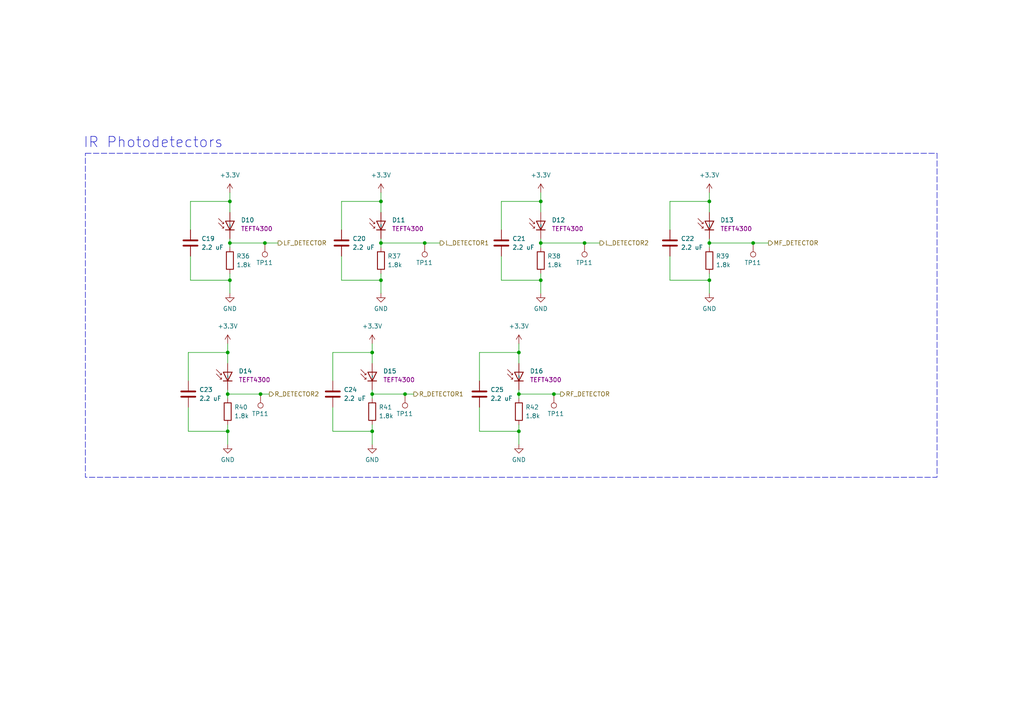
<source format=kicad_sch>
(kicad_sch (version 20230121) (generator eeschema)
  (paper "A4")
  (lib_symbols
    (symbol "Connector:TestPoint" (pin_numbers hide) (pin_names (offset 0.762) hide)
      (property "Reference" "TP" (at 0 6.858 0))
      (property "Value" "TestPoint" (at 0 5.08 0))
      (symbol "TestPoint_0_1"
        (circle (center 0 3.302) (radius 0.762))
      )
      (symbol "TestPoint_1_1"
        (pin passive line (at 0 0 90) (length 2.54) (name "1") (number "1"))
      )
    )
    (symbol "Device:C" (pin_numbers hide) (pin_names (offset 0.254))
      (property "Reference" "C" (at 0.635 2.54 0))
      (property "Value" "C" (at 0.635 -2.54 0))
      (symbol "C_0_1"
        (polyline (pts (xy -2.032 -0.762) (xy 2.032 -0.762)) (stroke (width 0.508)))
        (polyline (pts (xy -2.032 0.762) (xy 2.032 0.762)) (stroke (width 0.508)))
      )
      (symbol "C_1_1"
        (pin passive line (at 0 3.81 270) (length 2.794) (name "~") (number "1"))
        (pin passive line (at 0 -3.81 90) (length 2.794) (name "~") (number "2"))
      )
    )
    (symbol "Device:R" (pin_numbers hide) (pin_names (offset 0))
      (property "Reference" "R" (at 2.032 0 90))
      (property "Value" "R" (at 0 0 90))
      (symbol "R_0_1"
        (rectangle (start -1.016 -2.54) (end 1.016 2.54) (stroke (width 0.254)))
      )
      (symbol "R_1_1"
        (pin passive line (at 0 3.81 270) (length 1.27) (name "~") (number "1"))
        (pin passive line (at 0 -3.81 90) (length 1.27) (name "~") (number "2"))
      )
    )
    (symbol "Photodiodes:TEFT4300" (pin_numbers hide) (pin_names hide)
      (property "Reference" "D" (at -0.635 -2.54 0))
      (property "Part number" "TEFT4300" (at 3.175 -4.445 0))
      (symbol "TEFT4300_0_1"
        (polyline (pts (xy -1.27 1.27) (xy -1.27 -1.27)) (stroke (width 0.254)))
        (polyline (pts (xy -0.762 1.778) (xy -0.254 1.778)))
        (polyline (pts (xy 1.27 0) (xy -1.27 0)))
        (polyline (pts (xy 0.762 3.302) (xy -0.762 1.778) (xy -0.762 2.286)))
        (polyline (pts (xy 1.27 -1.27) (xy 1.27 1.27) (xy -1.27 0) (xy 1.27 -1.27)) (stroke (width 0.254)))
        (polyline (pts (xy 2.032 3.302) (xy 0.508 1.778) (xy 0.508 2.286) (xy 0.508 1.778) (xy 1.016 1.778)))
      )
      (symbol "TEFT4300_1_1"
        (pin passive line (at -3.81 0 0) (length 2.54) (name "K") (number "1"))
        (pin passive line (at 3.81 0 180) (length 2.54) (name "A") (number "2"))
      )
    )
    (symbol "power:+3.3V" (power) (pin_names (offset 0))
      (property "Value" "+3.3V" (at 0 3.556 0))
      (symbol "+3.3V_0_1"
        (polyline (pts (xy -0.762 1.27) (xy 0 2.54)))
        (polyline (pts (xy 0 0) (xy 0 2.54)))
        (polyline (pts (xy 0 2.54) (xy 0.762 1.27)))
      )
      (symbol "+3.3V_1_1"
        (pin power_in line (at 0 0 90) (length 0) hide (name "+3.3V") (number "1"))
      )
    )
    (symbol "power:GND" (power) (pin_names (offset 0))
      (property "Value" "GND" (at 0 -3.81 0))
      (symbol "GND_0_1"
        (polyline (pts (xy 0 0) (xy 0 -1.27) (xy 1.27 -1.27) (xy 0 -2.54) (xy -1.27 -1.27) (xy 0 -1.27)))
      )
      (symbol "GND_1_1"
        (pin power_in line (at 0 0 270) (length 0) hide (name "GND") (number "1"))
      )
    )
  )
  (junction (at 117.475 114.3))
  (junction (at 160.655 114.3))
  (junction (at 156.845 70.485))
  (junction (at 110.49 81.28))
  (junction (at 66.675 70.485))
  (junction (at 75.565 114.3))
  (junction (at 205.74 81.28))
  (junction (at 123.19 70.485))
  (junction (at 150.495 114.3))
  (junction (at 66.04 102.235))
  (junction (at 205.74 70.485))
  (junction (at 66.675 58.42))
  (junction (at 110.49 58.42))
  (junction (at 76.835 70.485))
  (junction (at 150.495 102.235))
  (junction (at 218.44 70.485))
  (junction (at 66.04 114.3))
  (junction (at 156.845 58.42))
  (junction (at 110.49 70.485))
  (junction (at 150.495 125.095))
  (junction (at 107.95 125.095))
  (junction (at 66.675 81.28))
  (junction (at 205.74 58.42))
  (junction (at 107.95 114.3))
  (junction (at 156.845 81.28))
  (junction (at 66.04 125.095))
  (junction (at 169.545 70.485))
  (junction (at 107.95 102.235))
  (wire (pts (xy 156.845 55.88) (xy 156.845 58.42)))
  (wire (pts (xy 96.52 118.11) (xy 96.52 125.095)))
  (wire (pts (xy 110.49 58.42) (xy 110.49 61.595)))
  (wire (pts (xy 110.49 70.485) (xy 110.49 71.755)))
  (wire (pts (xy 156.845 81.28) (xy 156.845 85.09)))
  (wire (pts (xy 76.835 70.485) (xy 80.645 70.485)))
  (wire (pts (xy 96.52 125.095) (xy 107.95 125.095)))
  (wire (pts (xy 54.61 110.49) (xy 54.61 102.235)))
  (wire (pts (xy 107.95 125.095) (xy 107.95 128.905)))
  (wire (pts (xy 205.74 79.375) (xy 205.74 81.28)))
  (wire (pts (xy 66.675 58.42) (xy 66.675 61.595)))
  (wire (pts (xy 66.04 125.095) (xy 66.04 128.905)))
  (wire (pts (xy 99.06 66.675) (xy 99.06 58.42)))
  (wire (pts (xy 54.61 102.235) (xy 66.04 102.235)))
  (wire (pts (xy 169.545 70.485) (xy 173.99 70.485)))
  (wire (pts (xy 66.04 114.3) (xy 75.565 114.3)))
  (wire (pts (xy 123.19 70.485) (xy 127.635 70.485)))
  (wire (pts (xy 55.245 66.675) (xy 55.245 58.42)))
  (wire (pts (xy 150.495 102.235) (xy 150.495 105.41)))
  (wire (pts (xy 99.06 58.42) (xy 110.49 58.42)))
  (wire (pts (xy 205.74 70.485) (xy 205.74 71.755)))
  (wire (pts (xy 156.845 70.485) (xy 169.545 70.485)))
  (wire (pts (xy 218.44 70.485) (xy 222.885 70.485)))
  (wire (pts (xy 139.065 110.49) (xy 139.065 102.235)))
  (wire (pts (xy 194.31 58.42) (xy 205.74 58.42)))
  (wire (pts (xy 107.95 123.19) (xy 107.95 125.095)))
  (wire (pts (xy 145.415 81.28) (xy 156.845 81.28)))
  (wire (pts (xy 107.95 114.3) (xy 117.475 114.3)))
  (wire (pts (xy 205.74 69.215) (xy 205.74 70.485)))
  (wire (pts (xy 55.245 74.295) (xy 55.245 81.28)))
  (wire (pts (xy 110.49 79.375) (xy 110.49 81.28)))
  (wire (pts (xy 55.245 58.42) (xy 66.675 58.42)))
  (wire (pts (xy 160.655 114.3) (xy 162.56 114.3)))
  (wire (pts (xy 66.04 102.235) (xy 66.04 105.41)))
  (wire (pts (xy 75.565 114.3) (xy 78.105 114.3)))
  (wire (pts (xy 139.065 125.095) (xy 150.495 125.095)))
  (wire (pts (xy 66.04 99.695) (xy 66.04 102.235)))
  (wire (pts (xy 66.04 113.03) (xy 66.04 114.3)))
  (wire (pts (xy 110.49 55.88) (xy 110.49 58.42)))
  (wire (pts (xy 150.495 99.695) (xy 150.495 102.235)))
  (wire (pts (xy 110.49 69.215) (xy 110.49 70.485)))
  (wire (pts (xy 107.95 99.695) (xy 107.95 102.235)))
  (wire (pts (xy 99.06 81.28) (xy 110.49 81.28)))
  (wire (pts (xy 139.065 118.11) (xy 139.065 125.095)))
  (wire (pts (xy 150.495 114.3) (xy 160.655 114.3)))
  (wire (pts (xy 194.31 74.295) (xy 194.31 81.28)))
  (wire (pts (xy 66.675 81.28) (xy 66.675 85.09)))
  (wire (pts (xy 156.845 69.215) (xy 156.845 70.485)))
  (wire (pts (xy 145.415 74.295) (xy 145.415 81.28)))
  (wire (pts (xy 99.06 74.295) (xy 99.06 81.28)))
  (wire (pts (xy 107.95 102.235) (xy 107.95 105.41)))
  (wire (pts (xy 66.675 69.215) (xy 66.675 70.485)))
  (wire (pts (xy 96.52 110.49) (xy 96.52 102.235)))
  (wire (pts (xy 96.52 102.235) (xy 107.95 102.235)))
  (wire (pts (xy 107.95 114.3) (xy 107.95 115.57)))
  (wire (pts (xy 145.415 58.42) (xy 156.845 58.42)))
  (wire (pts (xy 66.04 114.3) (xy 66.04 115.57)))
  (wire (pts (xy 107.95 113.03) (xy 107.95 114.3)))
  (wire (pts (xy 150.495 123.19) (xy 150.495 125.095)))
  (wire (pts (xy 66.04 123.19) (xy 66.04 125.095)))
  (wire (pts (xy 150.495 113.03) (xy 150.495 114.3)))
  (wire (pts (xy 110.49 70.485) (xy 123.19 70.485)))
  (wire (pts (xy 150.495 125.095) (xy 150.495 128.905)))
  (wire (pts (xy 66.675 55.88) (xy 66.675 58.42)))
  (wire (pts (xy 194.31 81.28) (xy 205.74 81.28)))
  (wire (pts (xy 117.475 114.3) (xy 120.015 114.3)))
  (wire (pts (xy 205.74 58.42) (xy 205.74 61.595)))
  (wire (pts (xy 66.675 70.485) (xy 66.675 71.755)))
  (wire (pts (xy 145.415 66.675) (xy 145.415 58.42)))
  (wire (pts (xy 54.61 125.095) (xy 66.04 125.095)))
  (wire (pts (xy 205.74 81.28) (xy 205.74 85.09)))
  (wire (pts (xy 156.845 70.485) (xy 156.845 71.755)))
  (wire (pts (xy 156.845 58.42) (xy 156.845 61.595)))
  (wire (pts (xy 205.74 55.88) (xy 205.74 58.42)))
  (wire (pts (xy 55.245 81.28) (xy 66.675 81.28)))
  (wire (pts (xy 139.065 102.235) (xy 150.495 102.235)))
  (wire (pts (xy 110.49 81.28) (xy 110.49 85.09)))
  (wire (pts (xy 66.675 79.375) (xy 66.675 81.28)))
  (wire (pts (xy 194.31 66.675) (xy 194.31 58.42)))
  (wire (pts (xy 205.74 70.485) (xy 218.44 70.485)))
  (wire (pts (xy 54.61 118.11) (xy 54.61 125.095)))
  (wire (pts (xy 66.675 70.485) (xy 76.835 70.485)))
  (wire (pts (xy 150.495 114.3) (xy 150.495 115.57)))
  (wire (pts (xy 156.845 79.375) (xy 156.845 81.28)))
  (rectangle (start 24.765 44.45) (end 271.78 138.43) (stroke (width 0) (type dash)))
  (text "IR Photodetectors" (at 24.13 43.18 0) (effects (font (size 3 3)) (justify left bottom)))
  (hierarchical_label "LF_DETECTOR" (shape output) (at 80.645 70.485 0))
  (hierarchical_label "R_DETECTOR2" (shape output) (at 78.105 114.3 0))
  (hierarchical_label "RF_DETECTOR" (shape output) (at 162.56 114.3 0))
  (hierarchical_label "L_DETECTOR1" (shape output) (at 127.635 70.485 0))
  (hierarchical_label "MF_DETECTOR" (shape output) (at 222.885 70.485 0))
  (hierarchical_label "L_DETECTOR2" (shape output) (at 173.99 70.485 0))
  (hierarchical_label "R_DETECTOR1" (shape output) (at 120.015 114.3 0))
  (symbol (lib_id "power:+3.3V") (at 156.845 55.88 0) (unit 1)
    (property "Reference" "#PWR062" (effects hide))
    (property "Value" "+3.3V" (at 156.845 50.8 0))
    (instances (project "frat" (path "" (reference "#PWR062") (unit 1)) (path "" (reference "#PWR068") (unit 1))) (project "frat" (path "" (reference "#PWR062") (unit 1))))
  )
  (symbol (lib_id "Device:R") (at 150.495 119.38 0) (unit 1)
    (property "Reference" "R42" (at 152.4 118.11 0) (effects (justify left)))
    (property "Value" "1.8k" (at 152.4 120.65 0) (effects (justify left)))
    (property "Footprint" "Resistor_SMD:R_0603_1608Metric_Pad0.98x0.95mm_HandSolder" (effects hide))
    (instances (project "frat" (path "" (reference "R42") (unit 1)) (path "" (reference "R38") (unit 1))) (project "frat" (path "" (reference "R42") (unit 1))))
  )
  (symbol (lib_id "Connector:TestPoint") (at 169.545 70.485 180) (unit 1)
    (property "Reference" "TP11" (at 167.005 76.2 0) (effects (justify right)))
    (property "Value" "TestPoint" (effects hide))
    (property "Footprint" "TestPoint:TestPoint_Pad_D1.0mm" (effects hide))
    (instances (project "frat" (path "" (reference "TP11") (unit 1)) (path "" (reference "TP14") (unit 1))) (project "frat" (path "" (reference "TP11") (unit 1))))
  )
  (symbol (lib_id "Photodiodes:TEFT4300") (at 156.845 65.405 90) (unit 1)
    (property "Reference" "D12" (at 160.02 63.8175 90) (effects (justify right)))
    (property "Value" "~" (at 156.845 65.405 0))
    (property "Footprint" "lib:LED_TEFT4300_VIS" (effects hide))
    (property "Datasheet" "https://www.vishay.com/docs/81549/teft4300.pdf" (effects hide))
    (property "Part number" "TEFT4300" (at 160.02 66.3575 90) (effects (justify right)))
    (instances (project "frat" (path "" (reference "D12") (unit 1)) (path "" (reference "D15") (unit 1))) (project "frat" (path "" (reference "D12") (unit 1))))
  )
  (symbol (lib_id "Device:R") (at 66.04 119.38 0) (unit 1)
    (property "Reference" "R40" (at 67.945 118.11 0) (effects (justify left)))
    (property "Value" "1.8k" (at 67.945 120.65 0) (effects (justify left)))
    (property "Footprint" "Resistor_SMD:R_0603_1608Metric_Pad0.98x0.95mm_HandSolder" (effects hide))
    (instances (project "frat" (path "" (reference "R40") (unit 1)) (path "" (reference "R36") (unit 1))) (project "frat" (path "" (reference "R40") (unit 1))))
  )
  (symbol (lib_id "Photodiodes:TEFT4300") (at 66.04 109.22 90) (unit 1)
    (property "Reference" "D14" (at 69.215 107.6325 90) (effects (justify right)))
    (property "Value" "~" (at 66.04 109.22 0))
    (property "Footprint" "lib:LED_TEFT4300_VIS" (effects hide))
    (property "Datasheet" "https://www.vishay.com/docs/81549/teft4300.pdf" (effects hide))
    (property "Part number" "TEFT4300" (at 69.215 110.1725 90) (effects (justify right)))
    (instances (project "frat" (path "" (reference "D14") (unit 1)) (path "" (reference "D10") (unit 1))) (project "frat" (path "" (reference "D14") (unit 1))))
  )
  (symbol (lib_id "Connector:TestPoint") (at 218.44 70.485 180) (unit 1)
    (property "Reference" "TP11" (at 215.9 76.2 0) (effects (justify right)))
    (property "Value" "TestPoint" (effects hide))
    (property "Footprint" "TestPoint:TestPoint_Pad_D1.0mm" (effects hide))
    (instances (project "frat" (path "" (reference "TP11") (unit 1)) (path "" (reference "TP15") (unit 1))) (project "frat" (path "" (reference "TP11") (unit 1))))
  )
  (symbol (lib_id "power:+3.3V") (at 150.495 99.695 0) (unit 1)
    (property "Reference" "#PWR070" (effects hide))
    (property "Value" "+3.3V" (at 150.495 94.615 0))
    (instances (project "frat" (path "" (reference "#PWR070") (unit 1)) (path "" (reference "#PWR062") (unit 1))) (project "frat" (path "" (reference "#PWR070") (unit 1))))
  )
  (symbol (lib_id "Connector:TestPoint") (at 160.655 114.3 180) (unit 1)
    (property "Reference" "TP11" (at 158.75 120.015 0) (effects (justify right)))
    (property "Value" "TestPoint" (effects hide))
    (property "Footprint" "TestPoint:TestPoint_Pad_D1.0mm" (effects hide))
    (instances (project "frat" (path "" (reference "TP11") (unit 1)) (path "" (reference "TP18") (unit 1))) (project "frat" (path "" (reference "TP11") (unit 1))))
  )
  (symbol (lib_id "Device:C") (at 54.61 114.3 0) (unit 1)
    (property "Reference" "C23" (at 57.785 113.03 0) (effects (justify left)))
    (property "Value" "2.2 uF" (at 57.785 115.57 0) (effects (justify left)))
    (property "Footprint" "Capacitor_SMD:C_0603_1608Metric_Pad1.08x0.95mm_HandSolder" (effects hide))
    (instances (project "frat" (path "" (reference "C23") (unit 1)) (path "" (reference "C19") (unit 1))) (project "frat" (path "" (reference "C23") (unit 1))))
  )
  (symbol (lib_id "Device:R") (at 110.49 75.565 0) (unit 1)
    (property "Reference" "R37" (at 112.395 74.295 0) (effects (justify left)))
    (property "Value" "1.8k" (at 112.395 76.835 0) (effects (justify left)))
    (property "Footprint" "Resistor_SMD:R_0603_1608Metric_Pad0.98x0.95mm_HandSolder" (effects hide))
    (instances (project "frat" (path "" (reference "R37") (unit 1)) (path "" (reference "R40") (unit 1))) (project "frat" (path "" (reference "R37") (unit 1))))
  )
  (symbol (lib_id "Device:C") (at 145.415 70.485 0) (unit 1)
    (property "Reference" "C21" (at 148.59 69.215 0) (effects (justify left)))
    (property "Value" "2.2 uF" (at 148.59 71.755 0) (effects (justify left)))
    (property "Footprint" "Capacitor_SMD:C_0603_1608Metric_Pad1.08x0.95mm_HandSolder" (effects hide))
    (instances (project "frat" (path "" (reference "C21") (unit 1)) (path "" (reference "C24") (unit 1))) (project "frat" (path "" (reference "C21") (unit 1))))
  )
  (symbol (lib_id "Photodiodes:TEFT4300") (at 107.95 109.22 90) (unit 1)
    (property "Reference" "D15" (at 111.125 107.6325 90) (effects (justify right)))
    (property "Value" "~" (at 107.95 109.22 0))
    (property "Footprint" "lib:LED_TEFT4300_VIS" (effects hide))
    (property "Datasheet" "https://www.vishay.com/docs/81549/teft4300.pdf" (effects hide))
    (property "Part number" "TEFT4300" (at 111.125 110.1725 90) (effects (justify right)))
    (instances (project "frat" (path "" (reference "D15") (unit 1)) (path "" (reference "D11") (unit 1))) (project "frat" (path "" (reference "D15") (unit 1))))
  )
  (symbol (lib_id "Device:C") (at 99.06 70.485 0) (unit 1)
    (property "Reference" "C20" (at 102.235 69.215 0) (effects (justify left)))
    (property "Value" "2.2 uF" (at 102.235 71.755 0) (effects (justify left)))
    (property "Footprint" "Capacitor_SMD:C_0603_1608Metric_Pad1.08x0.95mm_HandSolder" (effects hide))
    (instances (project "frat" (path "" (reference "C20") (unit 1)) (path "" (reference "C23") (unit 1))) (project "frat" (path "" (reference "C20") (unit 1))))
  )
  (symbol (lib_id "Device:R") (at 205.74 75.565 0) (unit 1)
    (property "Reference" "R39" (at 207.645 74.295 0) (effects (justify left)))
    (property "Value" "1.8k" (at 207.645 76.835 0) (effects (justify left)))
    (property "Footprint" "Resistor_SMD:R_0603_1608Metric_Pad0.98x0.95mm_HandSolder" (effects hide))
    (instances (project "frat" (path "" (reference "R39") (unit 1)) (path "" (reference "R42") (unit 1))) (project "frat" (path "" (reference "R39") (unit 1))))
  )
  (symbol (lib_id "power:GND") (at 156.845 85.09 0) (unit 1)
    (property "Reference" "#PWR063" (effects hide))
    (property "Value" "GND" (at 156.845 89.535 0))
    (instances (project "frat" (path "" (reference "#PWR063") (unit 1)) (path "" (reference "#PWR069") (unit 1))) (project "frat" (path "" (reference "#PWR063") (unit 1))))
  )
  (symbol (lib_id "Photodiodes:TEFT4300") (at 205.74 65.405 90) (unit 1)
    (property "Reference" "D13" (at 208.915 63.8175 90) (effects (justify right)))
    (property "Value" "~" (at 205.74 65.405 0))
    (property "Footprint" "lib:LED_TEFT4300_VIS" (effects hide))
    (property "Datasheet" "https://www.vishay.com/docs/81549/teft4300.pdf" (effects hide))
    (property "Part number" "TEFT4300" (at 208.915 66.3575 90) (effects (justify right)))
    (instances (project "frat" (path "" (reference "D13") (unit 1)) (path "" (reference "D16") (unit 1))) (project "frat" (path "" (reference "D13") (unit 1))))
  )
  (symbol (lib_id "power:GND") (at 107.95 128.905 0) (unit 1)
    (property "Reference" "#PWR069" (effects hide))
    (property "Value" "GND" (at 107.95 133.35 0))
    (instances (project "frat" (path "" (reference "#PWR069") (unit 1)) (path "" (reference "#PWR061") (unit 1))) (project "frat" (path "" (reference "#PWR069") (unit 1))))
  )
  (symbol (lib_id "Connector:TestPoint") (at 76.835 70.485 180) (unit 1)
    (property "Reference" "TP11" (at 74.295 76.2 0) (effects (justify right)))
    (property "Value" "TestPoint" (effects hide))
    (property "Footprint" "TestPoint:TestPoint_Pad_D1.0mm" (effects hide))
    (instances (project "frat" (path "" (reference "TP11") (unit 1)) (path "" (reference "TP12") (unit 1))) (project "frat" (path "" (reference "TP11") (unit 1))))
  )
  (symbol (lib_id "power:GND") (at 110.49 85.09 0) (unit 1)
    (property "Reference" "#PWR061" (effects hide))
    (property "Value" "GND" (at 110.49 89.535 0))
    (instances (project "frat" (path "" (reference "#PWR061") (unit 1)) (path "" (reference "#PWR067") (unit 1))) (project "frat" (path "" (reference "#PWR061") (unit 1))))
  )
  (symbol (lib_id "Photodiodes:TEFT4300") (at 110.49 65.405 90) (unit 1)
    (property "Reference" "D11" (at 113.665 63.8175 90) (effects (justify right)))
    (property "Value" "~" (at 110.49 65.405 0))
    (property "Footprint" "lib:LED_TEFT4300_VIS" (effects hide))
    (property "Datasheet" "https://www.vishay.com/docs/81549/teft4300.pdf" (effects hide))
    (property "Part number" "TEFT4300" (at 113.665 66.3575 90) (effects (justify right)))
    (instances (project "frat" (path "" (reference "D11") (unit 1)) (path "" (reference "D14") (unit 1))) (project "frat" (path "" (reference "D11") (unit 1))))
  )
  (symbol (lib_id "power:GND") (at 66.675 85.09 0) (unit 1)
    (property "Reference" "#PWR059" (effects hide))
    (property "Value" "GND" (at 66.675 89.535 0))
    (instances (project "frat" (path "" (reference "#PWR059") (unit 1)) (path "" (reference "#PWR065") (unit 1))) (project "frat" (path "" (reference "#PWR059") (unit 1))))
  )
  (symbol (lib_id "power:GND") (at 205.74 85.09 0) (unit 1)
    (property "Reference" "#PWR065" (effects hide))
    (property "Value" "GND" (at 205.74 89.535 0))
    (instances (project "frat" (path "" (reference "#PWR065") (unit 1)) (path "" (reference "#PWR071") (unit 1))) (project "frat" (path "" (reference "#PWR065") (unit 1))))
  )
  (symbol (lib_id "Photodiodes:TEFT4300") (at 150.495 109.22 90) (unit 1)
    (property "Reference" "D16" (at 153.67 107.6325 90) (effects (justify right)))
    (property "Value" "~" (at 150.495 109.22 0))
    (property "Footprint" "lib:LED_TEFT4300_VIS" (effects hide))
    (property "Datasheet" "https://www.vishay.com/docs/81549/teft4300.pdf" (effects hide))
    (property "Part number" "TEFT4300" (at 153.67 110.1725 90) (effects (justify right)))
    (instances (project "frat" (path "" (reference "D16") (unit 1)) (path "" (reference "D12") (unit 1))) (project "frat" (path "" (reference "D16") (unit 1))))
  )
  (symbol (lib_id "Device:R") (at 66.675 75.565 0) (unit 1)
    (property "Reference" "R36" (at 68.58 74.295 0) (effects (justify left)))
    (property "Value" "1.8k" (at 68.58 76.835 0) (effects (justify left)))
    (property "Footprint" "Resistor_SMD:R_0603_1608Metric_Pad0.98x0.95mm_HandSolder" (effects hide))
    (instances (project "frat" (path "" (reference "R36") (unit 1)) (path "" (reference "R39") (unit 1))) (project "frat" (path "" (reference "R36") (unit 1))))
  )
  (symbol (lib_id "power:GND") (at 150.495 128.905 0) (unit 1)
    (property "Reference" "#PWR071" (effects hide))
    (property "Value" "GND" (at 150.495 133.35 0))
    (instances (project "frat" (path "" (reference "#PWR071") (unit 1)) (path "" (reference "#PWR063") (unit 1))) (project "frat" (path "" (reference "#PWR071") (unit 1))))
  )
  (symbol (lib_id "power:+3.3V") (at 66.04 99.695 0) (unit 1)
    (property "Reference" "#PWR066" (effects hide))
    (property "Value" "+3.3V" (at 66.04 94.615 0))
    (instances (project "frat" (path "" (reference "#PWR066") (unit 1)) (path "" (reference "#PWR058") (unit 1))) (project "frat" (path "" (reference "#PWR066") (unit 1))))
  )
  (symbol (lib_id "power:+3.3V") (at 110.49 55.88 0) (unit 1)
    (property "Reference" "#PWR060" (effects hide))
    (property "Value" "+3.3V" (at 110.49 50.8 0))
    (instances (project "frat" (path "" (reference "#PWR060") (unit 1)) (path "" (reference "#PWR066") (unit 1))) (project "frat" (path "" (reference "#PWR060") (unit 1))))
  )
  (symbol (lib_id "Device:R") (at 107.95 119.38 0) (unit 1)
    (property "Reference" "R41" (at 109.855 118.11 0) (effects (justify left)))
    (property "Value" "1.8k" (at 109.855 120.65 0) (effects (justify left)))
    (property "Footprint" "Resistor_SMD:R_0603_1608Metric_Pad0.98x0.95mm_HandSolder" (effects hide))
    (instances (project "frat" (path "" (reference "R41") (unit 1)) (path "" (reference "R37") (unit 1))) (project "frat" (path "" (reference "R41") (unit 1))))
  )
  (symbol (lib_id "Device:C") (at 139.065 114.3 0) (unit 1)
    (property "Reference" "C25" (at 142.24 113.03 0) (effects (justify left)))
    (property "Value" "2.2 uF" (at 142.24 115.57 0) (effects (justify left)))
    (property "Footprint" "Capacitor_SMD:C_0603_1608Metric_Pad1.08x0.95mm_HandSolder" (effects hide))
    (instances (project "frat" (path "" (reference "C25") (unit 1)) (path "" (reference "C21") (unit 1))) (project "frat" (path "" (reference "C25") (unit 1))))
  )
  (symbol (lib_id "power:+3.3V") (at 107.95 99.695 0) (unit 1)
    (property "Reference" "#PWR068" (effects hide))
    (property "Value" "+3.3V" (at 107.95 94.615 0))
    (instances (project "frat" (path "" (reference "#PWR068") (unit 1)) (path "" (reference "#PWR060") (unit 1))) (project "frat" (path "" (reference "#PWR068") (unit 1))))
  )
  (symbol (lib_id "Connector:TestPoint") (at 117.475 114.3 180) (unit 1)
    (property "Reference" "TP11" (at 114.935 120.015 0) (effects (justify right)))
    (property "Value" "TestPoint" (effects hide))
    (property "Footprint" "TestPoint:TestPoint_Pad_D1.0mm" (effects hide))
    (instances (project "frat" (path "" (reference "TP11") (unit 1)) (path "" (reference "TP17") (unit 1))) (project "frat" (path "" (reference "TP11") (unit 1))))
  )
  (symbol (lib_id "power:+3.3V") (at 205.74 55.88 0) (unit 1)
    (property "Reference" "#PWR064" (effects hide))
    (property "Value" "+3.3V" (at 205.74 50.8 0))
    (instances (project "frat" (path "" (reference "#PWR064") (unit 1)) (path "" (reference "#PWR070") (unit 1))) (project "frat" (path "" (reference "#PWR064") (unit 1))))
  )
  (symbol (lib_id "Photodiodes:TEFT4300") (at 66.675 65.405 90) (unit 1)
    (property "Reference" "D10" (at 69.85 63.8175 90) (effects (justify right)))
    (property "Value" "~" (at 66.675 65.405 0))
    (property "Footprint" "lib:LED_TEFT4300_VIS" (effects hide))
    (property "Datasheet" "https://www.vishay.com/docs/81549/teft4300.pdf" (effects hide))
    (property "Part number" "TEFT4300" (at 69.85 66.3575 90) (effects (justify right)))
    (instances (project "frat" (path "" (reference "D10") (unit 1)) (path "" (reference "D13") (unit 1))) (project "frat" (path "" (reference "D10") (unit 1))))
  )
  (symbol (lib_id "Device:R") (at 156.845 75.565 0) (unit 1)
    (property "Reference" "R38" (at 158.75 74.295 0) (effects (justify left)))
    (property "Value" "1.8k" (at 158.75 76.835 0) (effects (justify left)))
    (property "Footprint" "Resistor_SMD:R_0603_1608Metric_Pad0.98x0.95mm_HandSolder" (effects hide))
    (instances (project "frat" (path "" (reference "R38") (unit 1)) (path "" (reference "R41") (unit 1))) (project "frat" (path "" (reference "R38") (unit 1))))
  )
  (symbol (lib_id "power:+3.3V") (at 66.675 55.88 0) (unit 1)
    (property "Reference" "#PWR058" (effects hide))
    (property "Value" "+3.3V" (at 66.675 50.8 0))
    (instances (project "frat" (path "" (reference "#PWR058") (unit 1)) (path "" (reference "#PWR064") (unit 1))) (project "frat" (path "" (reference "#PWR058") (unit 1))))
  )
  (symbol (lib_id "Connector:TestPoint") (at 75.565 114.3 180) (unit 1)
    (property "Reference" "TP11" (at 73.025 120.015 0) (effects (justify right)))
    (property "Value" "TestPoint" (effects hide))
    (property "Footprint" "TestPoint:TestPoint_Pad_D1.0mm" (effects hide))
    (instances (project "frat" (path "" (reference "TP11") (unit 1)) (path "" (reference "TP16") (unit 1))) (project "frat" (path "" (reference "TP11") (unit 1))))
  )
  (symbol (lib_id "power:GND") (at 66.04 128.905 0) (unit 1)
    (property "Reference" "#PWR067" (effects hide))
    (property "Value" "GND" (at 66.04 133.35 0))
    (instances (project "frat" (path "" (reference "#PWR067") (unit 1)) (path "" (reference "#PWR059") (unit 1))) (project "frat" (path "" (reference "#PWR067") (unit 1))))
  )
  (symbol (lib_id "Connector:TestPoint") (at 123.19 70.485 180) (unit 1)
    (property "Reference" "TP11" (at 120.65 76.2 0) (effects (justify right)))
    (property "Value" "TestPoint" (effects hide))
    (property "Footprint" "TestPoint:TestPoint_Pad_D1.0mm" (effects hide))
    (instances (project "frat" (path "" (reference "TP11") (unit 1)) (path "" (reference "TP13") (unit 1))) (project "frat" (path "" (reference "TP11") (unit 1))))
  )
  (symbol (lib_id "Device:C") (at 194.31 70.485 0) (unit 1)
    (property "Reference" "C22" (at 197.485 69.215 0) (effects (justify left)))
    (property "Value" "2.2 uF" (at 197.485 71.755 0) (effects (justify left)))
    (property "Footprint" "Capacitor_SMD:C_0603_1608Metric_Pad1.08x0.95mm_HandSolder" (effects hide))
    (instances (project "frat" (path "" (reference "C22") (unit 1)) (path "" (reference "C25") (unit 1))) (project "frat" (path "" (reference "C22") (unit 1))))
  )
  (symbol (lib_id "Device:C") (at 55.245 70.485 0) (unit 1)
    (property "Reference" "C19" (at 58.42 69.215 0) (effects (justify left)))
    (property "Value" "2.2 uF" (at 58.42 71.755 0) (effects (justify left)))
    (property "Footprint" "Capacitor_SMD:C_0603_1608Metric_Pad1.08x0.95mm_HandSolder" (effects hide))
    (instances (project "frat" (path "" (reference "C19") (unit 1)) (path "" (reference "C22") (unit 1))) (project "frat" (path "" (reference "C19") (unit 1))))
  )
  (symbol (lib_id "Device:C") (at 96.52 114.3 0) (unit 1)
    (property "Reference" "C24" (at 99.695 113.03 0) (effects (justify left)))
    (property "Value" "2.2 uF" (at 99.695 115.57 0) (effects (justify left)))
    (property "Footprint" "Capacitor_SMD:C_0603_1608Metric_Pad1.08x0.95mm_HandSolder" (effects hide))
    (instances (project "frat" (path "" (reference "C24") (unit 1)) (path "" (reference "C20") (unit 1))) (project "frat" (path "" (reference "C24") (unit 1))))
  )
)
</source>
